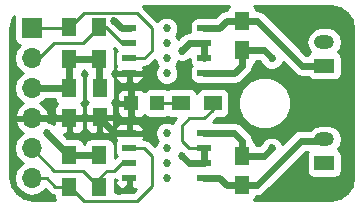
<source format=gtl>
%TF.GenerationSoftware,KiCad,Pcbnew,4.0.7*%
%TF.CreationDate,2018-07-15T19:42:36+02:00*%
%TF.ProjectId,MotorController,4D6F746F72436F6E74726F6C6C65722E,rev?*%
%TF.FileFunction,Copper,L1,Top,Signal*%
%FSLAX46Y46*%
G04 Gerber Fmt 4.6, Leading zero omitted, Abs format (unit mm)*
G04 Created by KiCad (PCBNEW 4.0.7) date 07/15/18 19:42:36*
%MOMM*%
%LPD*%
G01*
G04 APERTURE LIST*
%ADD10C,0.100000*%
%ADD11R,1.700000X1.200000*%
%ADD12O,1.700000X1.200000*%
%ADD13R,1.250000X1.500000*%
%ADD14R,1.200000X1.200000*%
%ADD15R,1.700000X1.700000*%
%ADD16O,1.700000X1.700000*%
%ADD17R,1.500000X1.300000*%
%ADD18R,1.300000X1.500000*%
%ADD19R,1.143000X0.508000*%
%ADD20C,0.685800*%
%ADD21C,0.600000*%
%ADD22C,0.250000*%
%ADD23C,0.400000*%
%ADD24C,0.254000*%
G04 APERTURE END LIST*
D10*
D11*
X27305000Y-13970000D03*
D12*
X27305000Y-11970000D03*
D11*
X27305000Y-5715000D03*
D12*
X27305000Y-3715000D03*
D13*
X5715000Y-7640000D03*
X5715000Y-10140000D03*
X8280400Y-7589200D03*
X8280400Y-10089200D03*
X20320000Y-4425000D03*
X20320000Y-1925000D03*
X20320000Y-15855000D03*
X20320000Y-13355000D03*
D14*
X13165000Y-8890000D03*
X10965000Y-8890000D03*
D15*
X2540000Y-2540000D03*
D16*
X2540000Y-5080000D03*
X2540000Y-7620000D03*
X2540000Y-10160000D03*
X2540000Y-12700000D03*
X2540000Y-15240000D03*
D17*
X17860000Y-8890000D03*
X15160000Y-8890000D03*
D18*
X5715000Y-5160000D03*
X5715000Y-2460000D03*
X8255000Y-5160000D03*
X8255000Y-2460000D03*
X8255000Y-13255000D03*
X8255000Y-15955000D03*
X5715000Y-13255000D03*
X5715000Y-15955000D03*
D19*
X10795000Y-6350000D03*
X10795000Y-5080000D03*
X10795000Y-3810000D03*
X10795000Y-2540000D03*
X17145000Y-2540000D03*
X17145000Y-3810000D03*
X17145000Y-5080000D03*
X17145000Y-6350000D03*
X10795000Y-15240000D03*
X10795000Y-13970000D03*
X10795000Y-12700000D03*
X10795000Y-11430000D03*
X17145000Y-11430000D03*
X17145000Y-12700000D03*
X17145000Y-13970000D03*
X17145000Y-15240000D03*
D20*
X13970000Y-15240000D03*
X13970000Y-12700000D03*
X13970000Y-6350000D03*
X13970000Y-3810000D03*
X13970000Y-13970000D03*
X13970000Y-11430000D03*
X13970000Y-5080000D03*
X13970000Y-2540000D03*
X15240000Y-4445000D03*
X15240000Y-13335000D03*
X3810000Y-11430000D03*
X9956800Y-16357600D03*
X15240000Y-1270000D03*
X9525000Y-1905000D03*
X22860000Y-5080000D03*
X22860000Y-12700000D03*
D21*
X15875000Y-13970000D02*
X17145000Y-13970000D01*
X15240000Y-4445000D02*
X15875000Y-3810000D01*
X15875000Y-3810000D02*
X17145000Y-3810000D01*
X15240000Y-13335000D02*
X15875000Y-13970000D01*
X5715000Y-13255000D02*
X5635000Y-13255000D01*
X5635000Y-13255000D02*
X3810000Y-11430000D01*
X5715000Y-5160000D02*
X8255000Y-5160000D01*
X8255000Y-7640000D02*
X8255000Y-5160000D01*
X5715000Y-7640000D02*
X5715000Y-5160000D01*
X5715000Y-13255000D02*
X8255000Y-13255000D01*
X2540000Y-7620000D02*
X5695000Y-7620000D01*
X5695000Y-7620000D02*
X5715000Y-7640000D01*
D22*
X17860000Y-8890000D02*
X17860000Y-9445000D01*
X17860000Y-9445000D02*
X17145000Y-10160000D01*
D21*
X17145000Y-3810000D02*
X17145000Y-5080000D01*
X17145000Y-12700000D02*
X17145000Y-13970000D01*
D22*
X15875000Y-12700000D02*
X17145000Y-12700000D01*
X17145000Y-10160000D02*
X15875000Y-10160000D01*
X15875000Y-10160000D02*
X15240000Y-10795000D01*
X15240000Y-10795000D02*
X15240000Y-12065000D01*
X15240000Y-12065000D02*
X15875000Y-12700000D01*
D23*
X10795000Y-15240000D02*
X10795000Y-15824200D01*
X10261600Y-16357600D02*
X9956800Y-16357600D01*
X10795000Y-15824200D02*
X10261600Y-16357600D01*
D21*
X10795000Y-2540000D02*
X10160000Y-2540000D01*
X10160000Y-2540000D02*
X9525000Y-1905000D01*
X5715000Y-10140000D02*
X8255000Y-10140000D01*
X8255000Y-10140000D02*
X9545000Y-11430000D01*
X9545000Y-11430000D02*
X10795000Y-11430000D01*
X2540000Y-10160000D02*
X5695000Y-10160000D01*
X5695000Y-10160000D02*
X5715000Y-10140000D01*
D22*
X10795000Y-6350000D02*
X10795000Y-8720000D01*
X10795000Y-8720000D02*
X10965000Y-8890000D01*
X10795000Y-11430000D02*
X10795000Y-9060000D01*
X10795000Y-9060000D02*
X10965000Y-8890000D01*
X10795000Y-11430000D02*
X9545000Y-11430000D01*
D21*
X22205000Y-4425000D02*
X20320000Y-4425000D01*
X22860000Y-5080000D02*
X22205000Y-4425000D01*
X17145000Y-6350000D02*
X19685000Y-6350000D01*
X20320000Y-5715000D02*
X20320000Y-4425000D01*
X19685000Y-6350000D02*
X20320000Y-5715000D01*
X20320000Y-1925000D02*
X21610000Y-1925000D01*
X25400000Y-5715000D02*
X27305000Y-5715000D01*
X21610000Y-1925000D02*
X25400000Y-5715000D01*
X17145000Y-2540000D02*
X18415000Y-2540000D01*
X19030000Y-1925000D02*
X20320000Y-1925000D01*
X18415000Y-2540000D02*
X19030000Y-1925000D01*
X17145000Y-15240000D02*
X18415000Y-15240000D01*
X19030000Y-15855000D02*
X20320000Y-15855000D01*
X18415000Y-15240000D02*
X19030000Y-15855000D01*
X20320000Y-15855000D02*
X21570000Y-15855000D01*
X25360000Y-12065000D02*
X27210000Y-12065000D01*
X21570000Y-15855000D02*
X25360000Y-12065000D01*
X27210000Y-12065000D02*
X27305000Y-11970000D01*
X20320000Y-13355000D02*
X22205000Y-13355000D01*
X22205000Y-13355000D02*
X22860000Y-12700000D01*
X17145000Y-11430000D02*
X19685000Y-11430000D01*
X20320000Y-12065000D02*
X20320000Y-13355000D01*
X19685000Y-11430000D02*
X20320000Y-12065000D01*
D22*
X13165000Y-8890000D02*
X15160000Y-8890000D01*
X5715000Y-2460000D02*
X5795000Y-2460000D01*
X5795000Y-2460000D02*
X6985000Y-1270000D01*
X12065000Y-5080000D02*
X10795000Y-5080000D01*
X12700000Y-4445000D02*
X12065000Y-5080000D01*
X12700000Y-2540000D02*
X12700000Y-4445000D01*
X11430000Y-1270000D02*
X12700000Y-2540000D01*
X6985000Y-1270000D02*
X11430000Y-1270000D01*
X2540000Y-2540000D02*
X5635000Y-2540000D01*
X5635000Y-2540000D02*
X5715000Y-2460000D01*
X10795000Y-3810000D02*
X10160000Y-3810000D01*
X10160000Y-3810000D02*
X8810000Y-2460000D01*
X8810000Y-2460000D02*
X8255000Y-2460000D01*
X2540000Y-5080000D02*
X3175000Y-5080000D01*
X3175000Y-5080000D02*
X4445000Y-3810000D01*
X4445000Y-3810000D02*
X6905000Y-3810000D01*
X6905000Y-3810000D02*
X8255000Y-2460000D01*
X8255000Y-15955000D02*
X8255000Y-15240000D01*
X8255000Y-15240000D02*
X8890000Y-14605000D01*
X10160000Y-13970000D02*
X10795000Y-13970000D01*
X9525000Y-14605000D02*
X10160000Y-13970000D01*
X8890000Y-14605000D02*
X9525000Y-14605000D01*
X2540000Y-12700000D02*
X4445000Y-14605000D01*
X6905000Y-14605000D02*
X8255000Y-15955000D01*
X4445000Y-14605000D02*
X6905000Y-14605000D01*
X2540000Y-15240000D02*
X3810000Y-15240000D01*
X4525000Y-15955000D02*
X5715000Y-15955000D01*
X3810000Y-15240000D02*
X4525000Y-15955000D01*
X5715000Y-15955000D02*
X5715000Y-15875000D01*
X5715000Y-15875000D02*
X6985000Y-17145000D01*
X6985000Y-17145000D02*
X11430000Y-17145000D01*
X11430000Y-17145000D02*
X12700000Y-15875000D01*
X12700000Y-15875000D02*
X12700000Y-13335000D01*
X12700000Y-13335000D02*
X12065000Y-12700000D01*
X12065000Y-12700000D02*
X10795000Y-12700000D01*
D24*
G36*
X28634989Y-862152D02*
X29224170Y-1255830D01*
X29617848Y-1845011D01*
X29770000Y-2609931D01*
X29770000Y-15170069D01*
X29617848Y-15934989D01*
X29224170Y-16524170D01*
X28634989Y-16917848D01*
X27870069Y-17070000D01*
X21395027Y-17070000D01*
X21396441Y-17069090D01*
X21541431Y-16856890D01*
X21554977Y-16790000D01*
X21570000Y-16790000D01*
X21927809Y-16718827D01*
X22231145Y-16516145D01*
X25747290Y-13000000D01*
X25939270Y-13000000D01*
X25858569Y-13118110D01*
X25807560Y-13370000D01*
X25807560Y-14570000D01*
X25851838Y-14805317D01*
X25990910Y-15021441D01*
X26203110Y-15166431D01*
X26455000Y-15217440D01*
X28155000Y-15217440D01*
X28390317Y-15173162D01*
X28606441Y-15034090D01*
X28751431Y-14821890D01*
X28802440Y-14570000D01*
X28802440Y-13370000D01*
X28758162Y-13134683D01*
X28619090Y-12918559D01*
X28473525Y-12819099D01*
X28725084Y-12442614D01*
X28819093Y-11970000D01*
X28725084Y-11497386D01*
X28457370Y-11096723D01*
X28056707Y-10829009D01*
X27584093Y-10735000D01*
X27025907Y-10735000D01*
X26553293Y-10829009D01*
X26152630Y-11096723D01*
X26130395Y-11130000D01*
X25360000Y-11130000D01*
X25002191Y-11201173D01*
X24698855Y-11403855D01*
X23767402Y-12335308D01*
X23689507Y-12146788D01*
X23414659Y-11871460D01*
X23055370Y-11722270D01*
X22666337Y-11721931D01*
X22306788Y-11870493D01*
X22031460Y-12145341D01*
X21988209Y-12249501D01*
X21817710Y-12420000D01*
X21557630Y-12420000D01*
X21548162Y-12369683D01*
X21409090Y-12153559D01*
X21251150Y-12045643D01*
X21183827Y-11707191D01*
X20981145Y-11403855D01*
X20346145Y-10768855D01*
X20042809Y-10566173D01*
X19685000Y-10495000D01*
X17884802Y-10495000D01*
X18192362Y-10187440D01*
X18610000Y-10187440D01*
X18845317Y-10143162D01*
X19061441Y-10004090D01*
X19206431Y-9791890D01*
X19257440Y-9540000D01*
X19257440Y-9332619D01*
X19989613Y-9332619D01*
X20329155Y-10154372D01*
X20957321Y-10783636D01*
X21778481Y-11124611D01*
X22667619Y-11125387D01*
X23489372Y-10785845D01*
X24118636Y-10157679D01*
X24459611Y-9336519D01*
X24460387Y-8447381D01*
X24120845Y-7625628D01*
X23492679Y-6996364D01*
X22671519Y-6655389D01*
X21782381Y-6654613D01*
X20960628Y-6994155D01*
X20331364Y-7622321D01*
X19990389Y-8443481D01*
X19989613Y-9332619D01*
X19257440Y-9332619D01*
X19257440Y-8240000D01*
X19213162Y-8004683D01*
X19074090Y-7788559D01*
X18861890Y-7643569D01*
X18610000Y-7592560D01*
X17110000Y-7592560D01*
X16874683Y-7636838D01*
X16658559Y-7775910D01*
X16513569Y-7988110D01*
X16510919Y-8001197D01*
X16374090Y-7788559D01*
X16161890Y-7643569D01*
X15910000Y-7592560D01*
X14410000Y-7592560D01*
X14174683Y-7636838D01*
X14050661Y-7716644D01*
X14016890Y-7693569D01*
X13765000Y-7642560D01*
X12565000Y-7642560D01*
X12329683Y-7686838D01*
X12113559Y-7825910D01*
X12067031Y-7894006D01*
X11924698Y-7751673D01*
X11691309Y-7655000D01*
X11250750Y-7655000D01*
X11092000Y-7813750D01*
X11092000Y-8763000D01*
X11112000Y-8763000D01*
X11112000Y-9017000D01*
X11092000Y-9017000D01*
X11092000Y-9966250D01*
X11250750Y-10125000D01*
X11691309Y-10125000D01*
X11924698Y-10028327D01*
X12065936Y-9887090D01*
X12100910Y-9941441D01*
X12313110Y-10086431D01*
X12565000Y-10137440D01*
X13765000Y-10137440D01*
X14000317Y-10093162D01*
X14048967Y-10061857D01*
X14158110Y-10136431D01*
X14410000Y-10187440D01*
X14772758Y-10187440D01*
X14702599Y-10257599D01*
X14537852Y-10504161D01*
X14518968Y-10599097D01*
X14165370Y-10452270D01*
X13776337Y-10451931D01*
X13416788Y-10600493D01*
X13141460Y-10875341D01*
X12992270Y-11234630D01*
X12991931Y-11623663D01*
X13140493Y-11983212D01*
X13222040Y-12064901D01*
X13141460Y-12145341D01*
X12992270Y-12504630D01*
X12992228Y-12552426D01*
X12602401Y-12162599D01*
X12355839Y-11997852D01*
X12065000Y-11940000D01*
X11947780Y-11940000D01*
X12001500Y-11810309D01*
X12001500Y-11715750D01*
X11842750Y-11557000D01*
X10922000Y-11557000D01*
X10922000Y-11577000D01*
X10668000Y-11577000D01*
X10668000Y-11557000D01*
X9747250Y-11557000D01*
X9588500Y-11715750D01*
X9588500Y-11810309D01*
X9685173Y-12043698D01*
X9711709Y-12070235D01*
X9627069Y-12194110D01*
X9576060Y-12446000D01*
X9576060Y-12954000D01*
X9620338Y-13189317D01*
X9714666Y-13335907D01*
X9670442Y-13400631D01*
X9622599Y-13432599D01*
X9552440Y-13502758D01*
X9552440Y-12505000D01*
X9508162Y-12269683D01*
X9369090Y-12053559D01*
X9156890Y-11908569D01*
X8905000Y-11857560D01*
X7605000Y-11857560D01*
X7369683Y-11901838D01*
X7153559Y-12040910D01*
X7008569Y-12253110D01*
X6995023Y-12320000D01*
X6977630Y-12320000D01*
X6968162Y-12269683D01*
X6829090Y-12053559D01*
X6616890Y-11908569D01*
X6365000Y-11857560D01*
X5559850Y-11857560D01*
X5227290Y-11525000D01*
X5429250Y-11525000D01*
X5588000Y-11366250D01*
X5588000Y-10267000D01*
X5842000Y-10267000D01*
X5842000Y-11366250D01*
X6000750Y-11525000D01*
X6466310Y-11525000D01*
X6699699Y-11428327D01*
X6878327Y-11249698D01*
X6975000Y-11016309D01*
X6975000Y-10425750D01*
X6924200Y-10374950D01*
X7020400Y-10374950D01*
X7020400Y-10965509D01*
X7117073Y-11198898D01*
X7295701Y-11377527D01*
X7529090Y-11474200D01*
X7994650Y-11474200D01*
X8153400Y-11315450D01*
X8153400Y-10216200D01*
X8407400Y-10216200D01*
X8407400Y-11315450D01*
X8566150Y-11474200D01*
X9031710Y-11474200D01*
X9265099Y-11377527D01*
X9443727Y-11198898D01*
X9505530Y-11049691D01*
X9588500Y-11049691D01*
X9588500Y-11144250D01*
X9747250Y-11303000D01*
X10668000Y-11303000D01*
X10668000Y-10699750D01*
X10922000Y-10699750D01*
X10922000Y-11303000D01*
X11842750Y-11303000D01*
X12001500Y-11144250D01*
X12001500Y-11049691D01*
X11904827Y-10816302D01*
X11726199Y-10637673D01*
X11492810Y-10541000D01*
X11080750Y-10541000D01*
X10922000Y-10699750D01*
X10668000Y-10699750D01*
X10509250Y-10541000D01*
X10097190Y-10541000D01*
X9863801Y-10637673D01*
X9685173Y-10816302D01*
X9588500Y-11049691D01*
X9505530Y-11049691D01*
X9540400Y-10965509D01*
X9540400Y-10374950D01*
X9381650Y-10216200D01*
X8407400Y-10216200D01*
X8153400Y-10216200D01*
X7179150Y-10216200D01*
X7020400Y-10374950D01*
X6924200Y-10374950D01*
X6816250Y-10267000D01*
X5842000Y-10267000D01*
X5588000Y-10267000D01*
X4613750Y-10267000D01*
X4455000Y-10425750D01*
X4455000Y-10691959D01*
X4364659Y-10601460D01*
X4005370Y-10452270D01*
X3947347Y-10452219D01*
X3860155Y-10287000D01*
X2667000Y-10287000D01*
X2667000Y-10307000D01*
X2413000Y-10307000D01*
X2413000Y-10287000D01*
X1219845Y-10287000D01*
X1098524Y-10516890D01*
X1268355Y-10926924D01*
X1658642Y-11355183D01*
X1801553Y-11422298D01*
X1460853Y-11649946D01*
X1138946Y-12131715D01*
X1025907Y-12700000D01*
X1138946Y-13268285D01*
X1460853Y-13750054D01*
X1790026Y-13970000D01*
X1460853Y-14189946D01*
X1138946Y-14671715D01*
X1025907Y-15240000D01*
X1138946Y-15808285D01*
X1460853Y-16290054D01*
X1942622Y-16611961D01*
X2510907Y-16725000D01*
X2569093Y-16725000D01*
X3137378Y-16611961D01*
X3619147Y-16290054D01*
X3685679Y-16190481D01*
X3987599Y-16492401D01*
X4234161Y-16657148D01*
X4417560Y-16693629D01*
X4417560Y-16705000D01*
X4461838Y-16940317D01*
X4545287Y-17070000D01*
X2609931Y-17070000D01*
X1845011Y-16917848D01*
X1255830Y-16524170D01*
X862152Y-15934989D01*
X710000Y-15170069D01*
X710000Y-2609931D01*
X862152Y-1845011D01*
X1075972Y-1525007D01*
X1042560Y-1690000D01*
X1042560Y-3390000D01*
X1086838Y-3625317D01*
X1225910Y-3841441D01*
X1438110Y-3986431D01*
X1505541Y-4000086D01*
X1460853Y-4029946D01*
X1138946Y-4511715D01*
X1025907Y-5080000D01*
X1138946Y-5648285D01*
X1460853Y-6130054D01*
X1790026Y-6350000D01*
X1460853Y-6569946D01*
X1138946Y-7051715D01*
X1025907Y-7620000D01*
X1138946Y-8188285D01*
X1460853Y-8670054D01*
X1801553Y-8897702D01*
X1658642Y-8964817D01*
X1268355Y-9393076D01*
X1098524Y-9803110D01*
X1219845Y-10033000D01*
X2413000Y-10033000D01*
X2413000Y-10013000D01*
X2667000Y-10013000D01*
X2667000Y-10033000D01*
X3860155Y-10033000D01*
X3981476Y-9803110D01*
X3811645Y-9393076D01*
X3421358Y-8964817D01*
X3278447Y-8897702D01*
X3619147Y-8670054D01*
X3696023Y-8555000D01*
X4473607Y-8555000D01*
X4486838Y-8625317D01*
X4625910Y-8841441D01*
X4694006Y-8887969D01*
X4551673Y-9030302D01*
X4455000Y-9263691D01*
X4455000Y-9854250D01*
X4613750Y-10013000D01*
X5588000Y-10013000D01*
X5588000Y-9993000D01*
X5842000Y-9993000D01*
X5842000Y-10013000D01*
X6816250Y-10013000D01*
X6975000Y-9854250D01*
X6975000Y-9263691D01*
X6878327Y-9030302D01*
X6737090Y-8889064D01*
X6791441Y-8854090D01*
X6936431Y-8641890D01*
X6987440Y-8390000D01*
X6987440Y-6890000D01*
X6943162Y-6654683D01*
X6804090Y-6438559D01*
X6761489Y-6409451D01*
X6816441Y-6374090D01*
X6961431Y-6161890D01*
X6974977Y-6095000D01*
X6992370Y-6095000D01*
X7001838Y-6145317D01*
X7140910Y-6361441D01*
X7190259Y-6395160D01*
X7058969Y-6587310D01*
X7007960Y-6839200D01*
X7007960Y-8339200D01*
X7052238Y-8574517D01*
X7191310Y-8790641D01*
X7259406Y-8837169D01*
X7117073Y-8979502D01*
X7020400Y-9212891D01*
X7020400Y-9803450D01*
X7179150Y-9962200D01*
X8153400Y-9962200D01*
X8153400Y-9942200D01*
X8407400Y-9942200D01*
X8407400Y-9962200D01*
X9381650Y-9962200D01*
X9540400Y-9803450D01*
X9540400Y-9212891D01*
X9525016Y-9175750D01*
X9730000Y-9175750D01*
X9730000Y-9616310D01*
X9826673Y-9849699D01*
X10005302Y-10028327D01*
X10238691Y-10125000D01*
X10679250Y-10125000D01*
X10838000Y-9966250D01*
X10838000Y-9017000D01*
X9888750Y-9017000D01*
X9730000Y-9175750D01*
X9525016Y-9175750D01*
X9443727Y-8979502D01*
X9302490Y-8838264D01*
X9356841Y-8803290D01*
X9501831Y-8591090D01*
X9552840Y-8339200D01*
X9552840Y-8163690D01*
X9730000Y-8163690D01*
X9730000Y-8604250D01*
X9888750Y-8763000D01*
X10838000Y-8763000D01*
X10838000Y-7813750D01*
X10679250Y-7655000D01*
X10238691Y-7655000D01*
X10005302Y-7751673D01*
X9826673Y-7930301D01*
X9730000Y-8163690D01*
X9552840Y-8163690D01*
X9552840Y-6839200D01*
X9514559Y-6635750D01*
X9588500Y-6635750D01*
X9588500Y-6730309D01*
X9685173Y-6963698D01*
X9863801Y-7142327D01*
X10097190Y-7239000D01*
X10509250Y-7239000D01*
X10668000Y-7080250D01*
X10668000Y-6477000D01*
X10922000Y-6477000D01*
X10922000Y-7080250D01*
X11080750Y-7239000D01*
X11492810Y-7239000D01*
X11726199Y-7142327D01*
X11904827Y-6963698D01*
X12001500Y-6730309D01*
X12001500Y-6635750D01*
X11842750Y-6477000D01*
X10922000Y-6477000D01*
X10668000Y-6477000D01*
X9747250Y-6477000D01*
X9588500Y-6635750D01*
X9514559Y-6635750D01*
X9508562Y-6603883D01*
X9369490Y-6387759D01*
X9352859Y-6376395D01*
X9356441Y-6374090D01*
X9501431Y-6161890D01*
X9552440Y-5910000D01*
X9552440Y-4410000D01*
X9521670Y-4246472D01*
X9622599Y-4347401D01*
X9672912Y-4381019D01*
X9714666Y-4445907D01*
X9627069Y-4574110D01*
X9576060Y-4826000D01*
X9576060Y-5334000D01*
X9620338Y-5569317D01*
X9711104Y-5710371D01*
X9685173Y-5736302D01*
X9588500Y-5969691D01*
X9588500Y-6064250D01*
X9747250Y-6223000D01*
X10668000Y-6223000D01*
X10668000Y-6203000D01*
X10922000Y-6203000D01*
X10922000Y-6223000D01*
X11842750Y-6223000D01*
X12001500Y-6064250D01*
X12001500Y-5969691D01*
X11947780Y-5840000D01*
X12065000Y-5840000D01*
X12355839Y-5782148D01*
X12602401Y-5617401D01*
X12991971Y-5227831D01*
X12991931Y-5273663D01*
X13140493Y-5633212D01*
X13222040Y-5714901D01*
X13141460Y-5795341D01*
X12992270Y-6154630D01*
X12991931Y-6543663D01*
X13140493Y-6903212D01*
X13415341Y-7178540D01*
X13774630Y-7327730D01*
X14163663Y-7328069D01*
X14523212Y-7179507D01*
X14798540Y-6904659D01*
X14947730Y-6545370D01*
X14948069Y-6156337D01*
X14799507Y-5796788D01*
X14717960Y-5715099D01*
X14798540Y-5634659D01*
X14909790Y-5366739D01*
X15044630Y-5422730D01*
X15433663Y-5423069D01*
X15793212Y-5274507D01*
X15926060Y-5141891D01*
X15926060Y-5334000D01*
X15970338Y-5569317D01*
X16064666Y-5715907D01*
X15977069Y-5844110D01*
X15926060Y-6096000D01*
X15926060Y-6604000D01*
X15970338Y-6839317D01*
X16109410Y-7055441D01*
X16321610Y-7200431D01*
X16573500Y-7251440D01*
X16976283Y-7251440D01*
X17145000Y-7285000D01*
X19685000Y-7285000D01*
X20042809Y-7213827D01*
X20346145Y-7011145D01*
X20981145Y-6376145D01*
X21066742Y-6248039D01*
X21183827Y-6072809D01*
X21251554Y-5732322D01*
X21396441Y-5639090D01*
X21541431Y-5426890D01*
X21554977Y-5360000D01*
X21817710Y-5360000D01*
X21987943Y-5530233D01*
X22030493Y-5633212D01*
X22305341Y-5908540D01*
X22664630Y-6057730D01*
X23053663Y-6058069D01*
X23413212Y-5909507D01*
X23688540Y-5634659D01*
X23779152Y-5416442D01*
X24738855Y-6376145D01*
X25042191Y-6578827D01*
X25400000Y-6650000D01*
X25915982Y-6650000D01*
X25990910Y-6766441D01*
X26203110Y-6911431D01*
X26455000Y-6962440D01*
X28155000Y-6962440D01*
X28390317Y-6918162D01*
X28606441Y-6779090D01*
X28751431Y-6566890D01*
X28802440Y-6315000D01*
X28802440Y-5115000D01*
X28758162Y-4879683D01*
X28619090Y-4663559D01*
X28473525Y-4564099D01*
X28725084Y-4187614D01*
X28819093Y-3715000D01*
X28725084Y-3242386D01*
X28457370Y-2841723D01*
X28056707Y-2574009D01*
X27584093Y-2480000D01*
X27025907Y-2480000D01*
X26553293Y-2574009D01*
X26152630Y-2841723D01*
X25884916Y-3242386D01*
X25790907Y-3715000D01*
X25884916Y-4187614D01*
X26137074Y-4564996D01*
X26003559Y-4650910D01*
X25915356Y-4780000D01*
X25787290Y-4780000D01*
X22271145Y-1263855D01*
X21967809Y-1061173D01*
X21610000Y-990000D01*
X21557630Y-990000D01*
X21548162Y-939683D01*
X21409090Y-723559D01*
X21389246Y-710000D01*
X27870069Y-710000D01*
X28634989Y-862152D01*
X28634989Y-862152D01*
G37*
X28634989Y-862152D02*
X29224170Y-1255830D01*
X29617848Y-1845011D01*
X29770000Y-2609931D01*
X29770000Y-15170069D01*
X29617848Y-15934989D01*
X29224170Y-16524170D01*
X28634989Y-16917848D01*
X27870069Y-17070000D01*
X21395027Y-17070000D01*
X21396441Y-17069090D01*
X21541431Y-16856890D01*
X21554977Y-16790000D01*
X21570000Y-16790000D01*
X21927809Y-16718827D01*
X22231145Y-16516145D01*
X25747290Y-13000000D01*
X25939270Y-13000000D01*
X25858569Y-13118110D01*
X25807560Y-13370000D01*
X25807560Y-14570000D01*
X25851838Y-14805317D01*
X25990910Y-15021441D01*
X26203110Y-15166431D01*
X26455000Y-15217440D01*
X28155000Y-15217440D01*
X28390317Y-15173162D01*
X28606441Y-15034090D01*
X28751431Y-14821890D01*
X28802440Y-14570000D01*
X28802440Y-13370000D01*
X28758162Y-13134683D01*
X28619090Y-12918559D01*
X28473525Y-12819099D01*
X28725084Y-12442614D01*
X28819093Y-11970000D01*
X28725084Y-11497386D01*
X28457370Y-11096723D01*
X28056707Y-10829009D01*
X27584093Y-10735000D01*
X27025907Y-10735000D01*
X26553293Y-10829009D01*
X26152630Y-11096723D01*
X26130395Y-11130000D01*
X25360000Y-11130000D01*
X25002191Y-11201173D01*
X24698855Y-11403855D01*
X23767402Y-12335308D01*
X23689507Y-12146788D01*
X23414659Y-11871460D01*
X23055370Y-11722270D01*
X22666337Y-11721931D01*
X22306788Y-11870493D01*
X22031460Y-12145341D01*
X21988209Y-12249501D01*
X21817710Y-12420000D01*
X21557630Y-12420000D01*
X21548162Y-12369683D01*
X21409090Y-12153559D01*
X21251150Y-12045643D01*
X21183827Y-11707191D01*
X20981145Y-11403855D01*
X20346145Y-10768855D01*
X20042809Y-10566173D01*
X19685000Y-10495000D01*
X17884802Y-10495000D01*
X18192362Y-10187440D01*
X18610000Y-10187440D01*
X18845317Y-10143162D01*
X19061441Y-10004090D01*
X19206431Y-9791890D01*
X19257440Y-9540000D01*
X19257440Y-9332619D01*
X19989613Y-9332619D01*
X20329155Y-10154372D01*
X20957321Y-10783636D01*
X21778481Y-11124611D01*
X22667619Y-11125387D01*
X23489372Y-10785845D01*
X24118636Y-10157679D01*
X24459611Y-9336519D01*
X24460387Y-8447381D01*
X24120845Y-7625628D01*
X23492679Y-6996364D01*
X22671519Y-6655389D01*
X21782381Y-6654613D01*
X20960628Y-6994155D01*
X20331364Y-7622321D01*
X19990389Y-8443481D01*
X19989613Y-9332619D01*
X19257440Y-9332619D01*
X19257440Y-8240000D01*
X19213162Y-8004683D01*
X19074090Y-7788559D01*
X18861890Y-7643569D01*
X18610000Y-7592560D01*
X17110000Y-7592560D01*
X16874683Y-7636838D01*
X16658559Y-7775910D01*
X16513569Y-7988110D01*
X16510919Y-8001197D01*
X16374090Y-7788559D01*
X16161890Y-7643569D01*
X15910000Y-7592560D01*
X14410000Y-7592560D01*
X14174683Y-7636838D01*
X14050661Y-7716644D01*
X14016890Y-7693569D01*
X13765000Y-7642560D01*
X12565000Y-7642560D01*
X12329683Y-7686838D01*
X12113559Y-7825910D01*
X12067031Y-7894006D01*
X11924698Y-7751673D01*
X11691309Y-7655000D01*
X11250750Y-7655000D01*
X11092000Y-7813750D01*
X11092000Y-8763000D01*
X11112000Y-8763000D01*
X11112000Y-9017000D01*
X11092000Y-9017000D01*
X11092000Y-9966250D01*
X11250750Y-10125000D01*
X11691309Y-10125000D01*
X11924698Y-10028327D01*
X12065936Y-9887090D01*
X12100910Y-9941441D01*
X12313110Y-10086431D01*
X12565000Y-10137440D01*
X13765000Y-10137440D01*
X14000317Y-10093162D01*
X14048967Y-10061857D01*
X14158110Y-10136431D01*
X14410000Y-10187440D01*
X14772758Y-10187440D01*
X14702599Y-10257599D01*
X14537852Y-10504161D01*
X14518968Y-10599097D01*
X14165370Y-10452270D01*
X13776337Y-10451931D01*
X13416788Y-10600493D01*
X13141460Y-10875341D01*
X12992270Y-11234630D01*
X12991931Y-11623663D01*
X13140493Y-11983212D01*
X13222040Y-12064901D01*
X13141460Y-12145341D01*
X12992270Y-12504630D01*
X12992228Y-12552426D01*
X12602401Y-12162599D01*
X12355839Y-11997852D01*
X12065000Y-11940000D01*
X11947780Y-11940000D01*
X12001500Y-11810309D01*
X12001500Y-11715750D01*
X11842750Y-11557000D01*
X10922000Y-11557000D01*
X10922000Y-11577000D01*
X10668000Y-11577000D01*
X10668000Y-11557000D01*
X9747250Y-11557000D01*
X9588500Y-11715750D01*
X9588500Y-11810309D01*
X9685173Y-12043698D01*
X9711709Y-12070235D01*
X9627069Y-12194110D01*
X9576060Y-12446000D01*
X9576060Y-12954000D01*
X9620338Y-13189317D01*
X9714666Y-13335907D01*
X9670442Y-13400631D01*
X9622599Y-13432599D01*
X9552440Y-13502758D01*
X9552440Y-12505000D01*
X9508162Y-12269683D01*
X9369090Y-12053559D01*
X9156890Y-11908569D01*
X8905000Y-11857560D01*
X7605000Y-11857560D01*
X7369683Y-11901838D01*
X7153559Y-12040910D01*
X7008569Y-12253110D01*
X6995023Y-12320000D01*
X6977630Y-12320000D01*
X6968162Y-12269683D01*
X6829090Y-12053559D01*
X6616890Y-11908569D01*
X6365000Y-11857560D01*
X5559850Y-11857560D01*
X5227290Y-11525000D01*
X5429250Y-11525000D01*
X5588000Y-11366250D01*
X5588000Y-10267000D01*
X5842000Y-10267000D01*
X5842000Y-11366250D01*
X6000750Y-11525000D01*
X6466310Y-11525000D01*
X6699699Y-11428327D01*
X6878327Y-11249698D01*
X6975000Y-11016309D01*
X6975000Y-10425750D01*
X6924200Y-10374950D01*
X7020400Y-10374950D01*
X7020400Y-10965509D01*
X7117073Y-11198898D01*
X7295701Y-11377527D01*
X7529090Y-11474200D01*
X7994650Y-11474200D01*
X8153400Y-11315450D01*
X8153400Y-10216200D01*
X8407400Y-10216200D01*
X8407400Y-11315450D01*
X8566150Y-11474200D01*
X9031710Y-11474200D01*
X9265099Y-11377527D01*
X9443727Y-11198898D01*
X9505530Y-11049691D01*
X9588500Y-11049691D01*
X9588500Y-11144250D01*
X9747250Y-11303000D01*
X10668000Y-11303000D01*
X10668000Y-10699750D01*
X10922000Y-10699750D01*
X10922000Y-11303000D01*
X11842750Y-11303000D01*
X12001500Y-11144250D01*
X12001500Y-11049691D01*
X11904827Y-10816302D01*
X11726199Y-10637673D01*
X11492810Y-10541000D01*
X11080750Y-10541000D01*
X10922000Y-10699750D01*
X10668000Y-10699750D01*
X10509250Y-10541000D01*
X10097190Y-10541000D01*
X9863801Y-10637673D01*
X9685173Y-10816302D01*
X9588500Y-11049691D01*
X9505530Y-11049691D01*
X9540400Y-10965509D01*
X9540400Y-10374950D01*
X9381650Y-10216200D01*
X8407400Y-10216200D01*
X8153400Y-10216200D01*
X7179150Y-10216200D01*
X7020400Y-10374950D01*
X6924200Y-10374950D01*
X6816250Y-10267000D01*
X5842000Y-10267000D01*
X5588000Y-10267000D01*
X4613750Y-10267000D01*
X4455000Y-10425750D01*
X4455000Y-10691959D01*
X4364659Y-10601460D01*
X4005370Y-10452270D01*
X3947347Y-10452219D01*
X3860155Y-10287000D01*
X2667000Y-10287000D01*
X2667000Y-10307000D01*
X2413000Y-10307000D01*
X2413000Y-10287000D01*
X1219845Y-10287000D01*
X1098524Y-10516890D01*
X1268355Y-10926924D01*
X1658642Y-11355183D01*
X1801553Y-11422298D01*
X1460853Y-11649946D01*
X1138946Y-12131715D01*
X1025907Y-12700000D01*
X1138946Y-13268285D01*
X1460853Y-13750054D01*
X1790026Y-13970000D01*
X1460853Y-14189946D01*
X1138946Y-14671715D01*
X1025907Y-15240000D01*
X1138946Y-15808285D01*
X1460853Y-16290054D01*
X1942622Y-16611961D01*
X2510907Y-16725000D01*
X2569093Y-16725000D01*
X3137378Y-16611961D01*
X3619147Y-16290054D01*
X3685679Y-16190481D01*
X3987599Y-16492401D01*
X4234161Y-16657148D01*
X4417560Y-16693629D01*
X4417560Y-16705000D01*
X4461838Y-16940317D01*
X4545287Y-17070000D01*
X2609931Y-17070000D01*
X1845011Y-16917848D01*
X1255830Y-16524170D01*
X862152Y-15934989D01*
X710000Y-15170069D01*
X710000Y-2609931D01*
X862152Y-1845011D01*
X1075972Y-1525007D01*
X1042560Y-1690000D01*
X1042560Y-3390000D01*
X1086838Y-3625317D01*
X1225910Y-3841441D01*
X1438110Y-3986431D01*
X1505541Y-4000086D01*
X1460853Y-4029946D01*
X1138946Y-4511715D01*
X1025907Y-5080000D01*
X1138946Y-5648285D01*
X1460853Y-6130054D01*
X1790026Y-6350000D01*
X1460853Y-6569946D01*
X1138946Y-7051715D01*
X1025907Y-7620000D01*
X1138946Y-8188285D01*
X1460853Y-8670054D01*
X1801553Y-8897702D01*
X1658642Y-8964817D01*
X1268355Y-9393076D01*
X1098524Y-9803110D01*
X1219845Y-10033000D01*
X2413000Y-10033000D01*
X2413000Y-10013000D01*
X2667000Y-10013000D01*
X2667000Y-10033000D01*
X3860155Y-10033000D01*
X3981476Y-9803110D01*
X3811645Y-9393076D01*
X3421358Y-8964817D01*
X3278447Y-8897702D01*
X3619147Y-8670054D01*
X3696023Y-8555000D01*
X4473607Y-8555000D01*
X4486838Y-8625317D01*
X4625910Y-8841441D01*
X4694006Y-8887969D01*
X4551673Y-9030302D01*
X4455000Y-9263691D01*
X4455000Y-9854250D01*
X4613750Y-10013000D01*
X5588000Y-10013000D01*
X5588000Y-9993000D01*
X5842000Y-9993000D01*
X5842000Y-10013000D01*
X6816250Y-10013000D01*
X6975000Y-9854250D01*
X6975000Y-9263691D01*
X6878327Y-9030302D01*
X6737090Y-8889064D01*
X6791441Y-8854090D01*
X6936431Y-8641890D01*
X6987440Y-8390000D01*
X6987440Y-6890000D01*
X6943162Y-6654683D01*
X6804090Y-6438559D01*
X6761489Y-6409451D01*
X6816441Y-6374090D01*
X6961431Y-6161890D01*
X6974977Y-6095000D01*
X6992370Y-6095000D01*
X7001838Y-6145317D01*
X7140910Y-6361441D01*
X7190259Y-6395160D01*
X7058969Y-6587310D01*
X7007960Y-6839200D01*
X7007960Y-8339200D01*
X7052238Y-8574517D01*
X7191310Y-8790641D01*
X7259406Y-8837169D01*
X7117073Y-8979502D01*
X7020400Y-9212891D01*
X7020400Y-9803450D01*
X7179150Y-9962200D01*
X8153400Y-9962200D01*
X8153400Y-9942200D01*
X8407400Y-9942200D01*
X8407400Y-9962200D01*
X9381650Y-9962200D01*
X9540400Y-9803450D01*
X9540400Y-9212891D01*
X9525016Y-9175750D01*
X9730000Y-9175750D01*
X9730000Y-9616310D01*
X9826673Y-9849699D01*
X10005302Y-10028327D01*
X10238691Y-10125000D01*
X10679250Y-10125000D01*
X10838000Y-9966250D01*
X10838000Y-9017000D01*
X9888750Y-9017000D01*
X9730000Y-9175750D01*
X9525016Y-9175750D01*
X9443727Y-8979502D01*
X9302490Y-8838264D01*
X9356841Y-8803290D01*
X9501831Y-8591090D01*
X9552840Y-8339200D01*
X9552840Y-8163690D01*
X9730000Y-8163690D01*
X9730000Y-8604250D01*
X9888750Y-8763000D01*
X10838000Y-8763000D01*
X10838000Y-7813750D01*
X10679250Y-7655000D01*
X10238691Y-7655000D01*
X10005302Y-7751673D01*
X9826673Y-7930301D01*
X9730000Y-8163690D01*
X9552840Y-8163690D01*
X9552840Y-6839200D01*
X9514559Y-6635750D01*
X9588500Y-6635750D01*
X9588500Y-6730309D01*
X9685173Y-6963698D01*
X9863801Y-7142327D01*
X10097190Y-7239000D01*
X10509250Y-7239000D01*
X10668000Y-7080250D01*
X10668000Y-6477000D01*
X10922000Y-6477000D01*
X10922000Y-7080250D01*
X11080750Y-7239000D01*
X11492810Y-7239000D01*
X11726199Y-7142327D01*
X11904827Y-6963698D01*
X12001500Y-6730309D01*
X12001500Y-6635750D01*
X11842750Y-6477000D01*
X10922000Y-6477000D01*
X10668000Y-6477000D01*
X9747250Y-6477000D01*
X9588500Y-6635750D01*
X9514559Y-6635750D01*
X9508562Y-6603883D01*
X9369490Y-6387759D01*
X9352859Y-6376395D01*
X9356441Y-6374090D01*
X9501431Y-6161890D01*
X9552440Y-5910000D01*
X9552440Y-4410000D01*
X9521670Y-4246472D01*
X9622599Y-4347401D01*
X9672912Y-4381019D01*
X9714666Y-4445907D01*
X9627069Y-4574110D01*
X9576060Y-4826000D01*
X9576060Y-5334000D01*
X9620338Y-5569317D01*
X9711104Y-5710371D01*
X9685173Y-5736302D01*
X9588500Y-5969691D01*
X9588500Y-6064250D01*
X9747250Y-6223000D01*
X10668000Y-6223000D01*
X10668000Y-6203000D01*
X10922000Y-6203000D01*
X10922000Y-6223000D01*
X11842750Y-6223000D01*
X12001500Y-6064250D01*
X12001500Y-5969691D01*
X11947780Y-5840000D01*
X12065000Y-5840000D01*
X12355839Y-5782148D01*
X12602401Y-5617401D01*
X12991971Y-5227831D01*
X12991931Y-5273663D01*
X13140493Y-5633212D01*
X13222040Y-5714901D01*
X13141460Y-5795341D01*
X12992270Y-6154630D01*
X12991931Y-6543663D01*
X13140493Y-6903212D01*
X13415341Y-7178540D01*
X13774630Y-7327730D01*
X14163663Y-7328069D01*
X14523212Y-7179507D01*
X14798540Y-6904659D01*
X14947730Y-6545370D01*
X14948069Y-6156337D01*
X14799507Y-5796788D01*
X14717960Y-5715099D01*
X14798540Y-5634659D01*
X14909790Y-5366739D01*
X15044630Y-5422730D01*
X15433663Y-5423069D01*
X15793212Y-5274507D01*
X15926060Y-5141891D01*
X15926060Y-5334000D01*
X15970338Y-5569317D01*
X16064666Y-5715907D01*
X15977069Y-5844110D01*
X15926060Y-6096000D01*
X15926060Y-6604000D01*
X15970338Y-6839317D01*
X16109410Y-7055441D01*
X16321610Y-7200431D01*
X16573500Y-7251440D01*
X16976283Y-7251440D01*
X17145000Y-7285000D01*
X19685000Y-7285000D01*
X20042809Y-7213827D01*
X20346145Y-7011145D01*
X20981145Y-6376145D01*
X21066742Y-6248039D01*
X21183827Y-6072809D01*
X21251554Y-5732322D01*
X21396441Y-5639090D01*
X21541431Y-5426890D01*
X21554977Y-5360000D01*
X21817710Y-5360000D01*
X21987943Y-5530233D01*
X22030493Y-5633212D01*
X22305341Y-5908540D01*
X22664630Y-6057730D01*
X23053663Y-6058069D01*
X23413212Y-5909507D01*
X23688540Y-5634659D01*
X23779152Y-5416442D01*
X24738855Y-6376145D01*
X25042191Y-6578827D01*
X25400000Y-6650000D01*
X25915982Y-6650000D01*
X25990910Y-6766441D01*
X26203110Y-6911431D01*
X26455000Y-6962440D01*
X28155000Y-6962440D01*
X28390317Y-6918162D01*
X28606441Y-6779090D01*
X28751431Y-6566890D01*
X28802440Y-6315000D01*
X28802440Y-5115000D01*
X28758162Y-4879683D01*
X28619090Y-4663559D01*
X28473525Y-4564099D01*
X28725084Y-4187614D01*
X28819093Y-3715000D01*
X28725084Y-3242386D01*
X28457370Y-2841723D01*
X28056707Y-2574009D01*
X27584093Y-2480000D01*
X27025907Y-2480000D01*
X26553293Y-2574009D01*
X26152630Y-2841723D01*
X25884916Y-3242386D01*
X25790907Y-3715000D01*
X25884916Y-4187614D01*
X26137074Y-4564996D01*
X26003559Y-4650910D01*
X25915356Y-4780000D01*
X25787290Y-4780000D01*
X22271145Y-1263855D01*
X21967809Y-1061173D01*
X21610000Y-990000D01*
X21557630Y-990000D01*
X21548162Y-939683D01*
X21409090Y-723559D01*
X21389246Y-710000D01*
X27870069Y-710000D01*
X28634989Y-862152D01*
G36*
X10922000Y-15113000D02*
X10942000Y-15113000D01*
X10942000Y-15367000D01*
X10922000Y-15367000D01*
X10922000Y-15970250D01*
X11080750Y-16129000D01*
X11371198Y-16129000D01*
X11115198Y-16385000D01*
X9552440Y-16385000D01*
X9552440Y-15359542D01*
X9588500Y-15352369D01*
X9588500Y-15367002D01*
X9747248Y-15367002D01*
X9588500Y-15525750D01*
X9588500Y-15620309D01*
X9685173Y-15853698D01*
X9863801Y-16032327D01*
X10097190Y-16129000D01*
X10509250Y-16129000D01*
X10668000Y-15970250D01*
X10668000Y-15367000D01*
X10648000Y-15367000D01*
X10648000Y-15113000D01*
X10668000Y-15113000D01*
X10668000Y-15093000D01*
X10922000Y-15093000D01*
X10922000Y-15113000D01*
X10922000Y-15113000D01*
G37*
X10922000Y-15113000D02*
X10942000Y-15113000D01*
X10942000Y-15367000D01*
X10922000Y-15367000D01*
X10922000Y-15970250D01*
X11080750Y-16129000D01*
X11371198Y-16129000D01*
X11115198Y-16385000D01*
X9552440Y-16385000D01*
X9552440Y-15359542D01*
X9588500Y-15352369D01*
X9588500Y-15367002D01*
X9747248Y-15367002D01*
X9588500Y-15525750D01*
X9588500Y-15620309D01*
X9685173Y-15853698D01*
X9863801Y-16032327D01*
X10097190Y-16129000D01*
X10509250Y-16129000D01*
X10668000Y-15970250D01*
X10668000Y-15367000D01*
X10648000Y-15367000D01*
X10648000Y-15113000D01*
X10668000Y-15113000D01*
X10668000Y-15093000D01*
X10922000Y-15093000D01*
X10922000Y-15113000D01*
G36*
X19243559Y-710910D02*
X19098569Y-923110D01*
X19085023Y-990000D01*
X19030000Y-990000D01*
X18672191Y-1061173D01*
X18368855Y-1263855D01*
X18027710Y-1605000D01*
X17145000Y-1605000D01*
X16976283Y-1638560D01*
X16573500Y-1638560D01*
X16338183Y-1682838D01*
X16122059Y-1821910D01*
X15977069Y-2034110D01*
X15926060Y-2286000D01*
X15926060Y-2794000D01*
X15941301Y-2875000D01*
X15875000Y-2875000D01*
X15517191Y-2946173D01*
X15280149Y-3104559D01*
X15213855Y-3148855D01*
X14889097Y-3473613D01*
X14799507Y-3256788D01*
X14717960Y-3175099D01*
X14798540Y-3094659D01*
X14947730Y-2735370D01*
X14948069Y-2346337D01*
X14799507Y-1986788D01*
X14524659Y-1711460D01*
X14165370Y-1562270D01*
X13776337Y-1561931D01*
X13416788Y-1710493D01*
X13180836Y-1946034D01*
X11967401Y-732599D01*
X11933579Y-710000D01*
X19244973Y-710000D01*
X19243559Y-710910D01*
X19243559Y-710910D01*
G37*
X19243559Y-710910D02*
X19098569Y-923110D01*
X19085023Y-990000D01*
X19030000Y-990000D01*
X18672191Y-1061173D01*
X18368855Y-1263855D01*
X18027710Y-1605000D01*
X17145000Y-1605000D01*
X16976283Y-1638560D01*
X16573500Y-1638560D01*
X16338183Y-1682838D01*
X16122059Y-1821910D01*
X15977069Y-2034110D01*
X15926060Y-2286000D01*
X15926060Y-2794000D01*
X15941301Y-2875000D01*
X15875000Y-2875000D01*
X15517191Y-2946173D01*
X15280149Y-3104559D01*
X15213855Y-3148855D01*
X14889097Y-3473613D01*
X14799507Y-3256788D01*
X14717960Y-3175099D01*
X14798540Y-3094659D01*
X14947730Y-2735370D01*
X14948069Y-2346337D01*
X14799507Y-1986788D01*
X14524659Y-1711460D01*
X14165370Y-1562270D01*
X13776337Y-1561931D01*
X13416788Y-1710493D01*
X13180836Y-1946034D01*
X11967401Y-732599D01*
X11933579Y-710000D01*
X19244973Y-710000D01*
X19243559Y-710910D01*
G36*
X10922000Y-2413000D02*
X10942000Y-2413000D01*
X10942000Y-2667000D01*
X10922000Y-2667000D01*
X10922000Y-2687000D01*
X10668000Y-2687000D01*
X10668000Y-2667000D01*
X10648000Y-2667000D01*
X10648000Y-2413000D01*
X10668000Y-2413000D01*
X10668000Y-2393000D01*
X10922000Y-2393000D01*
X10922000Y-2413000D01*
X10922000Y-2413000D01*
G37*
X10922000Y-2413000D02*
X10942000Y-2413000D01*
X10942000Y-2667000D01*
X10922000Y-2667000D01*
X10922000Y-2687000D01*
X10668000Y-2687000D01*
X10668000Y-2667000D01*
X10648000Y-2667000D01*
X10648000Y-2413000D01*
X10668000Y-2413000D01*
X10668000Y-2393000D01*
X10922000Y-2393000D01*
X10922000Y-2413000D01*
M02*

</source>
